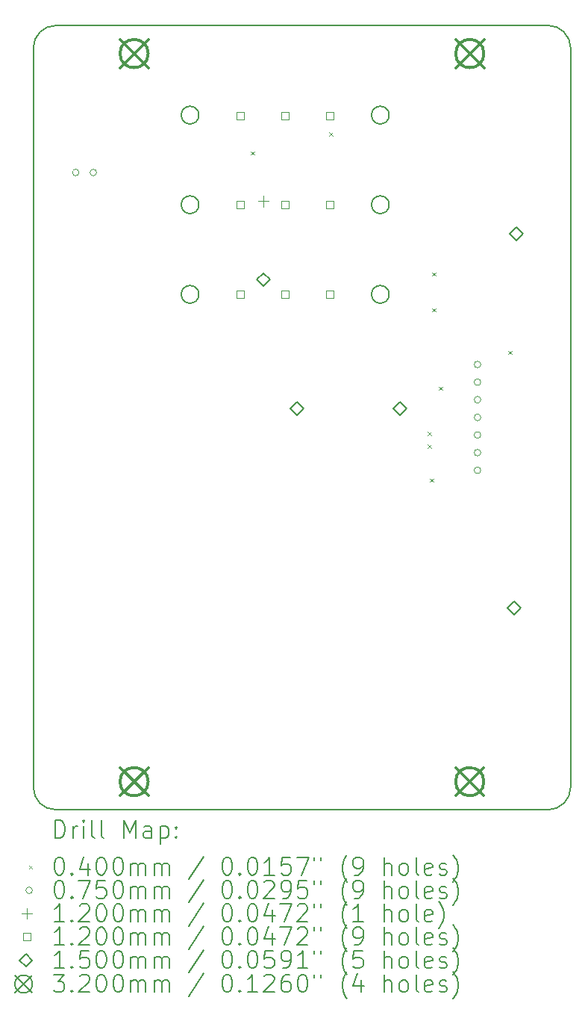
<source format=gbr>
%TF.GenerationSoftware,KiCad,Pcbnew,(6.0.7)*%
%TF.CreationDate,2023-03-08T10:43:50-05:00*%
%TF.ProjectId,CoreIO,436f7265-494f-42e6-9b69-6361645f7063,rev?*%
%TF.SameCoordinates,Original*%
%TF.FileFunction,Drillmap*%
%TF.FilePolarity,Positive*%
%FSLAX45Y45*%
G04 Gerber Fmt 4.5, Leading zero omitted, Abs format (unit mm)*
G04 Created by KiCad (PCBNEW (6.0.7)) date 2023-03-08 10:43:50*
%MOMM*%
%LPD*%
G01*
G04 APERTURE LIST*
%ADD10C,0.200000*%
%ADD11C,0.040000*%
%ADD12C,0.075000*%
%ADD13C,0.120000*%
%ADD14C,0.150000*%
%ADD15C,0.320000*%
G04 APERTURE END LIST*
D10*
X15775394Y-7087670D02*
G75*
G03*
X15775394Y-7087670I-100000J0D01*
G01*
X13616394Y-7087670D02*
G75*
G03*
X13616394Y-7087670I-100000J0D01*
G01*
X11992394Y-13945670D02*
X17580394Y-13945670D01*
X11738394Y-5309671D02*
X11738394Y-13691670D01*
X13616394Y-8103670D02*
G75*
G03*
X13616394Y-8103670I-100000J0D01*
G01*
X17580394Y-5055671D02*
X11992394Y-5055671D01*
X17834394Y-13691670D02*
X17834394Y-5309671D01*
X13616394Y-6071670D02*
G75*
G03*
X13616394Y-6071670I-100000J0D01*
G01*
X17834390Y-5309671D02*
G75*
G03*
X17580394Y-5055671I-254000J1D01*
G01*
X15775394Y-6071670D02*
G75*
G03*
X15775394Y-6071670I-100000J0D01*
G01*
X17580394Y-13945674D02*
G75*
G03*
X17834394Y-13691670I-4J254004D01*
G01*
X11992394Y-5055674D02*
G75*
G03*
X11738394Y-5309671I-4J-253996D01*
G01*
X15775394Y-8103670D02*
G75*
G03*
X15775394Y-8103670I-100000J0D01*
G01*
X11738389Y-13691670D02*
G75*
G03*
X11992394Y-13945670I254001J1D01*
G01*
D11*
X14204000Y-6482400D02*
X14244000Y-6522400D01*
X14244000Y-6482400D02*
X14204000Y-6522400D01*
X15093000Y-6266500D02*
X15133000Y-6306500D01*
X15133000Y-6266500D02*
X15093000Y-6306500D01*
X16210600Y-9663280D02*
X16250600Y-9703280D01*
X16250600Y-9663280D02*
X16210600Y-9703280D01*
X16210600Y-9803500D02*
X16250600Y-9843500D01*
X16250600Y-9803500D02*
X16210600Y-9843500D01*
X16236000Y-10190800D02*
X16276000Y-10230800D01*
X16276000Y-10190800D02*
X16236000Y-10230800D01*
X16261400Y-7854000D02*
X16301400Y-7894000D01*
X16301400Y-7854000D02*
X16261400Y-7894000D01*
X16261400Y-8260400D02*
X16301400Y-8300400D01*
X16301400Y-8260400D02*
X16261400Y-8300400D01*
X16337600Y-9149400D02*
X16377600Y-9189400D01*
X16377600Y-9149400D02*
X16337600Y-9189400D01*
X17125000Y-8743000D02*
X17165000Y-8783000D01*
X17165000Y-8743000D02*
X17125000Y-8783000D01*
D12*
X12256500Y-6722000D02*
G75*
G03*
X12256500Y-6722000I-37500J0D01*
G01*
X12456500Y-6722000D02*
G75*
G03*
X12456500Y-6722000I-37500J0D01*
G01*
X16815561Y-8898132D02*
G75*
G03*
X16815561Y-8898132I-37500J0D01*
G01*
X16815561Y-9098132D02*
G75*
G03*
X16815561Y-9098132I-37500J0D01*
G01*
X16815561Y-9298132D02*
G75*
G03*
X16815561Y-9298132I-37500J0D01*
G01*
X16815561Y-9498132D02*
G75*
G03*
X16815561Y-9498132I-37500J0D01*
G01*
X16815561Y-9698132D02*
G75*
G03*
X16815561Y-9698132I-37500J0D01*
G01*
X16815561Y-9898132D02*
G75*
G03*
X16815561Y-9898132I-37500J0D01*
G01*
X16815561Y-10098132D02*
G75*
G03*
X16815561Y-10098132I-37500J0D01*
G01*
D13*
X14351000Y-6988500D02*
X14351000Y-7108500D01*
X14291000Y-7048500D02*
X14411000Y-7048500D01*
X14128733Y-7131321D02*
X14128733Y-7046467D01*
X14043879Y-7046467D01*
X14043879Y-7131321D01*
X14128733Y-7131321D01*
X14128744Y-8148344D02*
X14128744Y-8063491D01*
X14043891Y-8063491D01*
X14043891Y-8148344D01*
X14128744Y-8148344D01*
X14132344Y-6118674D02*
X14132344Y-6033820D01*
X14047491Y-6033820D01*
X14047491Y-6118674D01*
X14132344Y-6118674D01*
X14636733Y-7131321D02*
X14636733Y-7046467D01*
X14551879Y-7046467D01*
X14551879Y-7131321D01*
X14636733Y-7131321D01*
X14636744Y-8148344D02*
X14636744Y-8063491D01*
X14551891Y-8063491D01*
X14551891Y-8148344D01*
X14636744Y-8148344D01*
X14640344Y-6118674D02*
X14640344Y-6033820D01*
X14555491Y-6033820D01*
X14555491Y-6118674D01*
X14640344Y-6118674D01*
X15144733Y-7131321D02*
X15144733Y-7046467D01*
X15059879Y-7046467D01*
X15059879Y-7131321D01*
X15144733Y-7131321D01*
X15144744Y-8148344D02*
X15144744Y-8063491D01*
X15059891Y-8063491D01*
X15059891Y-8148344D01*
X15144744Y-8148344D01*
X15148344Y-6118674D02*
X15148344Y-6033820D01*
X15063491Y-6033820D01*
X15063491Y-6118674D01*
X15148344Y-6118674D01*
D14*
X14351000Y-8012500D02*
X14426000Y-7937500D01*
X14351000Y-7862500D01*
X14276000Y-7937500D01*
X14351000Y-8012500D01*
X14732000Y-9473000D02*
X14807000Y-9398000D01*
X14732000Y-9323000D01*
X14657000Y-9398000D01*
X14732000Y-9473000D01*
X15900400Y-9473000D02*
X15975400Y-9398000D01*
X15900400Y-9323000D01*
X15825400Y-9398000D01*
X15900400Y-9473000D01*
X17195800Y-11733600D02*
X17270800Y-11658600D01*
X17195800Y-11583600D01*
X17120800Y-11658600D01*
X17195800Y-11733600D01*
X17221200Y-7491800D02*
X17296200Y-7416800D01*
X17221200Y-7341800D01*
X17146200Y-7416800D01*
X17221200Y-7491800D01*
D15*
X12721600Y-5213905D02*
X13041600Y-5533905D01*
X13041600Y-5213905D02*
X12721600Y-5533905D01*
X13041600Y-5373905D02*
G75*
G03*
X13041600Y-5373905I-160000J0D01*
G01*
X12722104Y-13467638D02*
X13042104Y-13787638D01*
X13042104Y-13467638D02*
X12722104Y-13787638D01*
X13042104Y-13627638D02*
G75*
G03*
X13042104Y-13627638I-160000J0D01*
G01*
X16530270Y-13466878D02*
X16850270Y-13786878D01*
X16850270Y-13466878D02*
X16530270Y-13786878D01*
X16850270Y-13626878D02*
G75*
G03*
X16850270Y-13626878I-160000J0D01*
G01*
X16530902Y-5213905D02*
X16850903Y-5533905D01*
X16850903Y-5213905D02*
X16530902Y-5533905D01*
X16850903Y-5373905D02*
G75*
G03*
X16850903Y-5373905I-160000J0D01*
G01*
D10*
X11986013Y-14266147D02*
X11986013Y-14066147D01*
X12033632Y-14066147D01*
X12062203Y-14075670D01*
X12081251Y-14094718D01*
X12090775Y-14113766D01*
X12100299Y-14151861D01*
X12100299Y-14180432D01*
X12090775Y-14218528D01*
X12081251Y-14237575D01*
X12062203Y-14256623D01*
X12033632Y-14266147D01*
X11986013Y-14266147D01*
X12186013Y-14266147D02*
X12186013Y-14132813D01*
X12186013Y-14170908D02*
X12195537Y-14151861D01*
X12205061Y-14142337D01*
X12224108Y-14132813D01*
X12243156Y-14132813D01*
X12309822Y-14266147D02*
X12309822Y-14132813D01*
X12309822Y-14066147D02*
X12300299Y-14075670D01*
X12309822Y-14085194D01*
X12319346Y-14075670D01*
X12309822Y-14066147D01*
X12309822Y-14085194D01*
X12433632Y-14266147D02*
X12414584Y-14256623D01*
X12405061Y-14237575D01*
X12405061Y-14066147D01*
X12538394Y-14266147D02*
X12519346Y-14256623D01*
X12509822Y-14237575D01*
X12509822Y-14066147D01*
X12766965Y-14266147D02*
X12766965Y-14066147D01*
X12833632Y-14209004D01*
X12900299Y-14066147D01*
X12900299Y-14266147D01*
X13081251Y-14266147D02*
X13081251Y-14161385D01*
X13071727Y-14142337D01*
X13052680Y-14132813D01*
X13014584Y-14132813D01*
X12995537Y-14142337D01*
X13081251Y-14256623D02*
X13062203Y-14266147D01*
X13014584Y-14266147D01*
X12995537Y-14256623D01*
X12986013Y-14237575D01*
X12986013Y-14218528D01*
X12995537Y-14199480D01*
X13014584Y-14189956D01*
X13062203Y-14189956D01*
X13081251Y-14180432D01*
X13176489Y-14132813D02*
X13176489Y-14332813D01*
X13176489Y-14142337D02*
X13195537Y-14132813D01*
X13233632Y-14132813D01*
X13252680Y-14142337D01*
X13262203Y-14151861D01*
X13271727Y-14170908D01*
X13271727Y-14228051D01*
X13262203Y-14247099D01*
X13252680Y-14256623D01*
X13233632Y-14266147D01*
X13195537Y-14266147D01*
X13176489Y-14256623D01*
X13357442Y-14247099D02*
X13366965Y-14256623D01*
X13357442Y-14266147D01*
X13347918Y-14256623D01*
X13357442Y-14247099D01*
X13357442Y-14266147D01*
X13357442Y-14142337D02*
X13366965Y-14151861D01*
X13357442Y-14161385D01*
X13347918Y-14151861D01*
X13357442Y-14142337D01*
X13357442Y-14161385D01*
D11*
X11688394Y-14575670D02*
X11728394Y-14615670D01*
X11728394Y-14575670D02*
X11688394Y-14615670D01*
D10*
X12024108Y-14486147D02*
X12043156Y-14486147D01*
X12062203Y-14495670D01*
X12071727Y-14505194D01*
X12081251Y-14524242D01*
X12090775Y-14562337D01*
X12090775Y-14609956D01*
X12081251Y-14648051D01*
X12071727Y-14667099D01*
X12062203Y-14676623D01*
X12043156Y-14686147D01*
X12024108Y-14686147D01*
X12005061Y-14676623D01*
X11995537Y-14667099D01*
X11986013Y-14648051D01*
X11976489Y-14609956D01*
X11976489Y-14562337D01*
X11986013Y-14524242D01*
X11995537Y-14505194D01*
X12005061Y-14495670D01*
X12024108Y-14486147D01*
X12176489Y-14667099D02*
X12186013Y-14676623D01*
X12176489Y-14686147D01*
X12166965Y-14676623D01*
X12176489Y-14667099D01*
X12176489Y-14686147D01*
X12357442Y-14552813D02*
X12357442Y-14686147D01*
X12309822Y-14476623D02*
X12262203Y-14619480D01*
X12386013Y-14619480D01*
X12500299Y-14486147D02*
X12519346Y-14486147D01*
X12538394Y-14495670D01*
X12547918Y-14505194D01*
X12557442Y-14524242D01*
X12566965Y-14562337D01*
X12566965Y-14609956D01*
X12557442Y-14648051D01*
X12547918Y-14667099D01*
X12538394Y-14676623D01*
X12519346Y-14686147D01*
X12500299Y-14686147D01*
X12481251Y-14676623D01*
X12471727Y-14667099D01*
X12462203Y-14648051D01*
X12452680Y-14609956D01*
X12452680Y-14562337D01*
X12462203Y-14524242D01*
X12471727Y-14505194D01*
X12481251Y-14495670D01*
X12500299Y-14486147D01*
X12690775Y-14486147D02*
X12709822Y-14486147D01*
X12728870Y-14495670D01*
X12738394Y-14505194D01*
X12747918Y-14524242D01*
X12757442Y-14562337D01*
X12757442Y-14609956D01*
X12747918Y-14648051D01*
X12738394Y-14667099D01*
X12728870Y-14676623D01*
X12709822Y-14686147D01*
X12690775Y-14686147D01*
X12671727Y-14676623D01*
X12662203Y-14667099D01*
X12652680Y-14648051D01*
X12643156Y-14609956D01*
X12643156Y-14562337D01*
X12652680Y-14524242D01*
X12662203Y-14505194D01*
X12671727Y-14495670D01*
X12690775Y-14486147D01*
X12843156Y-14686147D02*
X12843156Y-14552813D01*
X12843156Y-14571861D02*
X12852680Y-14562337D01*
X12871727Y-14552813D01*
X12900299Y-14552813D01*
X12919346Y-14562337D01*
X12928870Y-14581385D01*
X12928870Y-14686147D01*
X12928870Y-14581385D02*
X12938394Y-14562337D01*
X12957442Y-14552813D01*
X12986013Y-14552813D01*
X13005061Y-14562337D01*
X13014584Y-14581385D01*
X13014584Y-14686147D01*
X13109822Y-14686147D02*
X13109822Y-14552813D01*
X13109822Y-14571861D02*
X13119346Y-14562337D01*
X13138394Y-14552813D01*
X13166965Y-14552813D01*
X13186013Y-14562337D01*
X13195537Y-14581385D01*
X13195537Y-14686147D01*
X13195537Y-14581385D02*
X13205061Y-14562337D01*
X13224108Y-14552813D01*
X13252680Y-14552813D01*
X13271727Y-14562337D01*
X13281251Y-14581385D01*
X13281251Y-14686147D01*
X13671727Y-14476623D02*
X13500299Y-14733766D01*
X13928870Y-14486147D02*
X13947918Y-14486147D01*
X13966965Y-14495670D01*
X13976489Y-14505194D01*
X13986013Y-14524242D01*
X13995537Y-14562337D01*
X13995537Y-14609956D01*
X13986013Y-14648051D01*
X13976489Y-14667099D01*
X13966965Y-14676623D01*
X13947918Y-14686147D01*
X13928870Y-14686147D01*
X13909822Y-14676623D01*
X13900299Y-14667099D01*
X13890775Y-14648051D01*
X13881251Y-14609956D01*
X13881251Y-14562337D01*
X13890775Y-14524242D01*
X13900299Y-14505194D01*
X13909822Y-14495670D01*
X13928870Y-14486147D01*
X14081251Y-14667099D02*
X14090775Y-14676623D01*
X14081251Y-14686147D01*
X14071727Y-14676623D01*
X14081251Y-14667099D01*
X14081251Y-14686147D01*
X14214584Y-14486147D02*
X14233632Y-14486147D01*
X14252680Y-14495670D01*
X14262203Y-14505194D01*
X14271727Y-14524242D01*
X14281251Y-14562337D01*
X14281251Y-14609956D01*
X14271727Y-14648051D01*
X14262203Y-14667099D01*
X14252680Y-14676623D01*
X14233632Y-14686147D01*
X14214584Y-14686147D01*
X14195537Y-14676623D01*
X14186013Y-14667099D01*
X14176489Y-14648051D01*
X14166965Y-14609956D01*
X14166965Y-14562337D01*
X14176489Y-14524242D01*
X14186013Y-14505194D01*
X14195537Y-14495670D01*
X14214584Y-14486147D01*
X14471727Y-14686147D02*
X14357442Y-14686147D01*
X14414584Y-14686147D02*
X14414584Y-14486147D01*
X14395537Y-14514718D01*
X14376489Y-14533766D01*
X14357442Y-14543289D01*
X14652680Y-14486147D02*
X14557442Y-14486147D01*
X14547918Y-14581385D01*
X14557442Y-14571861D01*
X14576489Y-14562337D01*
X14624108Y-14562337D01*
X14643156Y-14571861D01*
X14652680Y-14581385D01*
X14662203Y-14600432D01*
X14662203Y-14648051D01*
X14652680Y-14667099D01*
X14643156Y-14676623D01*
X14624108Y-14686147D01*
X14576489Y-14686147D01*
X14557442Y-14676623D01*
X14547918Y-14667099D01*
X14728870Y-14486147D02*
X14862203Y-14486147D01*
X14776489Y-14686147D01*
X14928870Y-14486147D02*
X14928870Y-14524242D01*
X15005061Y-14486147D02*
X15005061Y-14524242D01*
X15300299Y-14762337D02*
X15290775Y-14752813D01*
X15271727Y-14724242D01*
X15262203Y-14705194D01*
X15252680Y-14676623D01*
X15243156Y-14629004D01*
X15243156Y-14590908D01*
X15252680Y-14543289D01*
X15262203Y-14514718D01*
X15271727Y-14495670D01*
X15290775Y-14467099D01*
X15300299Y-14457575D01*
X15386013Y-14686147D02*
X15424108Y-14686147D01*
X15443156Y-14676623D01*
X15452680Y-14667099D01*
X15471727Y-14638528D01*
X15481251Y-14600432D01*
X15481251Y-14524242D01*
X15471727Y-14505194D01*
X15462203Y-14495670D01*
X15443156Y-14486147D01*
X15405061Y-14486147D01*
X15386013Y-14495670D01*
X15376489Y-14505194D01*
X15366965Y-14524242D01*
X15366965Y-14571861D01*
X15376489Y-14590908D01*
X15386013Y-14600432D01*
X15405061Y-14609956D01*
X15443156Y-14609956D01*
X15462203Y-14600432D01*
X15471727Y-14590908D01*
X15481251Y-14571861D01*
X15719346Y-14686147D02*
X15719346Y-14486147D01*
X15805061Y-14686147D02*
X15805061Y-14581385D01*
X15795537Y-14562337D01*
X15776489Y-14552813D01*
X15747918Y-14552813D01*
X15728870Y-14562337D01*
X15719346Y-14571861D01*
X15928870Y-14686147D02*
X15909822Y-14676623D01*
X15900299Y-14667099D01*
X15890775Y-14648051D01*
X15890775Y-14590908D01*
X15900299Y-14571861D01*
X15909822Y-14562337D01*
X15928870Y-14552813D01*
X15957442Y-14552813D01*
X15976489Y-14562337D01*
X15986013Y-14571861D01*
X15995537Y-14590908D01*
X15995537Y-14648051D01*
X15986013Y-14667099D01*
X15976489Y-14676623D01*
X15957442Y-14686147D01*
X15928870Y-14686147D01*
X16109822Y-14686147D02*
X16090775Y-14676623D01*
X16081251Y-14657575D01*
X16081251Y-14486147D01*
X16262203Y-14676623D02*
X16243156Y-14686147D01*
X16205061Y-14686147D01*
X16186013Y-14676623D01*
X16176489Y-14657575D01*
X16176489Y-14581385D01*
X16186013Y-14562337D01*
X16205061Y-14552813D01*
X16243156Y-14552813D01*
X16262203Y-14562337D01*
X16271727Y-14581385D01*
X16271727Y-14600432D01*
X16176489Y-14619480D01*
X16347918Y-14676623D02*
X16366965Y-14686147D01*
X16405061Y-14686147D01*
X16424108Y-14676623D01*
X16433632Y-14657575D01*
X16433632Y-14648051D01*
X16424108Y-14629004D01*
X16405061Y-14619480D01*
X16376489Y-14619480D01*
X16357442Y-14609956D01*
X16347918Y-14590908D01*
X16347918Y-14581385D01*
X16357442Y-14562337D01*
X16376489Y-14552813D01*
X16405061Y-14552813D01*
X16424108Y-14562337D01*
X16500299Y-14762337D02*
X16509822Y-14752813D01*
X16528870Y-14724242D01*
X16538394Y-14705194D01*
X16547918Y-14676623D01*
X16557442Y-14629004D01*
X16557442Y-14590908D01*
X16547918Y-14543289D01*
X16538394Y-14514718D01*
X16528870Y-14495670D01*
X16509822Y-14467099D01*
X16500299Y-14457575D01*
D12*
X11728394Y-14859670D02*
G75*
G03*
X11728394Y-14859670I-37500J0D01*
G01*
D10*
X12024108Y-14750147D02*
X12043156Y-14750147D01*
X12062203Y-14759670D01*
X12071727Y-14769194D01*
X12081251Y-14788242D01*
X12090775Y-14826337D01*
X12090775Y-14873956D01*
X12081251Y-14912051D01*
X12071727Y-14931099D01*
X12062203Y-14940623D01*
X12043156Y-14950147D01*
X12024108Y-14950147D01*
X12005061Y-14940623D01*
X11995537Y-14931099D01*
X11986013Y-14912051D01*
X11976489Y-14873956D01*
X11976489Y-14826337D01*
X11986013Y-14788242D01*
X11995537Y-14769194D01*
X12005061Y-14759670D01*
X12024108Y-14750147D01*
X12176489Y-14931099D02*
X12186013Y-14940623D01*
X12176489Y-14950147D01*
X12166965Y-14940623D01*
X12176489Y-14931099D01*
X12176489Y-14950147D01*
X12252680Y-14750147D02*
X12386013Y-14750147D01*
X12300299Y-14950147D01*
X12557442Y-14750147D02*
X12462203Y-14750147D01*
X12452680Y-14845385D01*
X12462203Y-14835861D01*
X12481251Y-14826337D01*
X12528870Y-14826337D01*
X12547918Y-14835861D01*
X12557442Y-14845385D01*
X12566965Y-14864432D01*
X12566965Y-14912051D01*
X12557442Y-14931099D01*
X12547918Y-14940623D01*
X12528870Y-14950147D01*
X12481251Y-14950147D01*
X12462203Y-14940623D01*
X12452680Y-14931099D01*
X12690775Y-14750147D02*
X12709822Y-14750147D01*
X12728870Y-14759670D01*
X12738394Y-14769194D01*
X12747918Y-14788242D01*
X12757442Y-14826337D01*
X12757442Y-14873956D01*
X12747918Y-14912051D01*
X12738394Y-14931099D01*
X12728870Y-14940623D01*
X12709822Y-14950147D01*
X12690775Y-14950147D01*
X12671727Y-14940623D01*
X12662203Y-14931099D01*
X12652680Y-14912051D01*
X12643156Y-14873956D01*
X12643156Y-14826337D01*
X12652680Y-14788242D01*
X12662203Y-14769194D01*
X12671727Y-14759670D01*
X12690775Y-14750147D01*
X12843156Y-14950147D02*
X12843156Y-14816813D01*
X12843156Y-14835861D02*
X12852680Y-14826337D01*
X12871727Y-14816813D01*
X12900299Y-14816813D01*
X12919346Y-14826337D01*
X12928870Y-14845385D01*
X12928870Y-14950147D01*
X12928870Y-14845385D02*
X12938394Y-14826337D01*
X12957442Y-14816813D01*
X12986013Y-14816813D01*
X13005061Y-14826337D01*
X13014584Y-14845385D01*
X13014584Y-14950147D01*
X13109822Y-14950147D02*
X13109822Y-14816813D01*
X13109822Y-14835861D02*
X13119346Y-14826337D01*
X13138394Y-14816813D01*
X13166965Y-14816813D01*
X13186013Y-14826337D01*
X13195537Y-14845385D01*
X13195537Y-14950147D01*
X13195537Y-14845385D02*
X13205061Y-14826337D01*
X13224108Y-14816813D01*
X13252680Y-14816813D01*
X13271727Y-14826337D01*
X13281251Y-14845385D01*
X13281251Y-14950147D01*
X13671727Y-14740623D02*
X13500299Y-14997766D01*
X13928870Y-14750147D02*
X13947918Y-14750147D01*
X13966965Y-14759670D01*
X13976489Y-14769194D01*
X13986013Y-14788242D01*
X13995537Y-14826337D01*
X13995537Y-14873956D01*
X13986013Y-14912051D01*
X13976489Y-14931099D01*
X13966965Y-14940623D01*
X13947918Y-14950147D01*
X13928870Y-14950147D01*
X13909822Y-14940623D01*
X13900299Y-14931099D01*
X13890775Y-14912051D01*
X13881251Y-14873956D01*
X13881251Y-14826337D01*
X13890775Y-14788242D01*
X13900299Y-14769194D01*
X13909822Y-14759670D01*
X13928870Y-14750147D01*
X14081251Y-14931099D02*
X14090775Y-14940623D01*
X14081251Y-14950147D01*
X14071727Y-14940623D01*
X14081251Y-14931099D01*
X14081251Y-14950147D01*
X14214584Y-14750147D02*
X14233632Y-14750147D01*
X14252680Y-14759670D01*
X14262203Y-14769194D01*
X14271727Y-14788242D01*
X14281251Y-14826337D01*
X14281251Y-14873956D01*
X14271727Y-14912051D01*
X14262203Y-14931099D01*
X14252680Y-14940623D01*
X14233632Y-14950147D01*
X14214584Y-14950147D01*
X14195537Y-14940623D01*
X14186013Y-14931099D01*
X14176489Y-14912051D01*
X14166965Y-14873956D01*
X14166965Y-14826337D01*
X14176489Y-14788242D01*
X14186013Y-14769194D01*
X14195537Y-14759670D01*
X14214584Y-14750147D01*
X14357442Y-14769194D02*
X14366965Y-14759670D01*
X14386013Y-14750147D01*
X14433632Y-14750147D01*
X14452680Y-14759670D01*
X14462203Y-14769194D01*
X14471727Y-14788242D01*
X14471727Y-14807289D01*
X14462203Y-14835861D01*
X14347918Y-14950147D01*
X14471727Y-14950147D01*
X14566965Y-14950147D02*
X14605061Y-14950147D01*
X14624108Y-14940623D01*
X14633632Y-14931099D01*
X14652680Y-14902528D01*
X14662203Y-14864432D01*
X14662203Y-14788242D01*
X14652680Y-14769194D01*
X14643156Y-14759670D01*
X14624108Y-14750147D01*
X14586013Y-14750147D01*
X14566965Y-14759670D01*
X14557442Y-14769194D01*
X14547918Y-14788242D01*
X14547918Y-14835861D01*
X14557442Y-14854908D01*
X14566965Y-14864432D01*
X14586013Y-14873956D01*
X14624108Y-14873956D01*
X14643156Y-14864432D01*
X14652680Y-14854908D01*
X14662203Y-14835861D01*
X14843156Y-14750147D02*
X14747918Y-14750147D01*
X14738394Y-14845385D01*
X14747918Y-14835861D01*
X14766965Y-14826337D01*
X14814584Y-14826337D01*
X14833632Y-14835861D01*
X14843156Y-14845385D01*
X14852680Y-14864432D01*
X14852680Y-14912051D01*
X14843156Y-14931099D01*
X14833632Y-14940623D01*
X14814584Y-14950147D01*
X14766965Y-14950147D01*
X14747918Y-14940623D01*
X14738394Y-14931099D01*
X14928870Y-14750147D02*
X14928870Y-14788242D01*
X15005061Y-14750147D02*
X15005061Y-14788242D01*
X15300299Y-15026337D02*
X15290775Y-15016813D01*
X15271727Y-14988242D01*
X15262203Y-14969194D01*
X15252680Y-14940623D01*
X15243156Y-14893004D01*
X15243156Y-14854908D01*
X15252680Y-14807289D01*
X15262203Y-14778718D01*
X15271727Y-14759670D01*
X15290775Y-14731099D01*
X15300299Y-14721575D01*
X15386013Y-14950147D02*
X15424108Y-14950147D01*
X15443156Y-14940623D01*
X15452680Y-14931099D01*
X15471727Y-14902528D01*
X15481251Y-14864432D01*
X15481251Y-14788242D01*
X15471727Y-14769194D01*
X15462203Y-14759670D01*
X15443156Y-14750147D01*
X15405061Y-14750147D01*
X15386013Y-14759670D01*
X15376489Y-14769194D01*
X15366965Y-14788242D01*
X15366965Y-14835861D01*
X15376489Y-14854908D01*
X15386013Y-14864432D01*
X15405061Y-14873956D01*
X15443156Y-14873956D01*
X15462203Y-14864432D01*
X15471727Y-14854908D01*
X15481251Y-14835861D01*
X15719346Y-14950147D02*
X15719346Y-14750147D01*
X15805061Y-14950147D02*
X15805061Y-14845385D01*
X15795537Y-14826337D01*
X15776489Y-14816813D01*
X15747918Y-14816813D01*
X15728870Y-14826337D01*
X15719346Y-14835861D01*
X15928870Y-14950147D02*
X15909822Y-14940623D01*
X15900299Y-14931099D01*
X15890775Y-14912051D01*
X15890775Y-14854908D01*
X15900299Y-14835861D01*
X15909822Y-14826337D01*
X15928870Y-14816813D01*
X15957442Y-14816813D01*
X15976489Y-14826337D01*
X15986013Y-14835861D01*
X15995537Y-14854908D01*
X15995537Y-14912051D01*
X15986013Y-14931099D01*
X15976489Y-14940623D01*
X15957442Y-14950147D01*
X15928870Y-14950147D01*
X16109822Y-14950147D02*
X16090775Y-14940623D01*
X16081251Y-14921575D01*
X16081251Y-14750147D01*
X16262203Y-14940623D02*
X16243156Y-14950147D01*
X16205061Y-14950147D01*
X16186013Y-14940623D01*
X16176489Y-14921575D01*
X16176489Y-14845385D01*
X16186013Y-14826337D01*
X16205061Y-14816813D01*
X16243156Y-14816813D01*
X16262203Y-14826337D01*
X16271727Y-14845385D01*
X16271727Y-14864432D01*
X16176489Y-14883480D01*
X16347918Y-14940623D02*
X16366965Y-14950147D01*
X16405061Y-14950147D01*
X16424108Y-14940623D01*
X16433632Y-14921575D01*
X16433632Y-14912051D01*
X16424108Y-14893004D01*
X16405061Y-14883480D01*
X16376489Y-14883480D01*
X16357442Y-14873956D01*
X16347918Y-14854908D01*
X16347918Y-14845385D01*
X16357442Y-14826337D01*
X16376489Y-14816813D01*
X16405061Y-14816813D01*
X16424108Y-14826337D01*
X16500299Y-15026337D02*
X16509822Y-15016813D01*
X16528870Y-14988242D01*
X16538394Y-14969194D01*
X16547918Y-14940623D01*
X16557442Y-14893004D01*
X16557442Y-14854908D01*
X16547918Y-14807289D01*
X16538394Y-14778718D01*
X16528870Y-14759670D01*
X16509822Y-14731099D01*
X16500299Y-14721575D01*
D13*
X11668394Y-15063670D02*
X11668394Y-15183670D01*
X11608394Y-15123670D02*
X11728394Y-15123670D01*
D10*
X12090775Y-15214147D02*
X11976489Y-15214147D01*
X12033632Y-15214147D02*
X12033632Y-15014147D01*
X12014584Y-15042718D01*
X11995537Y-15061766D01*
X11976489Y-15071289D01*
X12176489Y-15195099D02*
X12186013Y-15204623D01*
X12176489Y-15214147D01*
X12166965Y-15204623D01*
X12176489Y-15195099D01*
X12176489Y-15214147D01*
X12262203Y-15033194D02*
X12271727Y-15023670D01*
X12290775Y-15014147D01*
X12338394Y-15014147D01*
X12357442Y-15023670D01*
X12366965Y-15033194D01*
X12376489Y-15052242D01*
X12376489Y-15071289D01*
X12366965Y-15099861D01*
X12252680Y-15214147D01*
X12376489Y-15214147D01*
X12500299Y-15014147D02*
X12519346Y-15014147D01*
X12538394Y-15023670D01*
X12547918Y-15033194D01*
X12557442Y-15052242D01*
X12566965Y-15090337D01*
X12566965Y-15137956D01*
X12557442Y-15176051D01*
X12547918Y-15195099D01*
X12538394Y-15204623D01*
X12519346Y-15214147D01*
X12500299Y-15214147D01*
X12481251Y-15204623D01*
X12471727Y-15195099D01*
X12462203Y-15176051D01*
X12452680Y-15137956D01*
X12452680Y-15090337D01*
X12462203Y-15052242D01*
X12471727Y-15033194D01*
X12481251Y-15023670D01*
X12500299Y-15014147D01*
X12690775Y-15014147D02*
X12709822Y-15014147D01*
X12728870Y-15023670D01*
X12738394Y-15033194D01*
X12747918Y-15052242D01*
X12757442Y-15090337D01*
X12757442Y-15137956D01*
X12747918Y-15176051D01*
X12738394Y-15195099D01*
X12728870Y-15204623D01*
X12709822Y-15214147D01*
X12690775Y-15214147D01*
X12671727Y-15204623D01*
X12662203Y-15195099D01*
X12652680Y-15176051D01*
X12643156Y-15137956D01*
X12643156Y-15090337D01*
X12652680Y-15052242D01*
X12662203Y-15033194D01*
X12671727Y-15023670D01*
X12690775Y-15014147D01*
X12843156Y-15214147D02*
X12843156Y-15080813D01*
X12843156Y-15099861D02*
X12852680Y-15090337D01*
X12871727Y-15080813D01*
X12900299Y-15080813D01*
X12919346Y-15090337D01*
X12928870Y-15109385D01*
X12928870Y-15214147D01*
X12928870Y-15109385D02*
X12938394Y-15090337D01*
X12957442Y-15080813D01*
X12986013Y-15080813D01*
X13005061Y-15090337D01*
X13014584Y-15109385D01*
X13014584Y-15214147D01*
X13109822Y-15214147D02*
X13109822Y-15080813D01*
X13109822Y-15099861D02*
X13119346Y-15090337D01*
X13138394Y-15080813D01*
X13166965Y-15080813D01*
X13186013Y-15090337D01*
X13195537Y-15109385D01*
X13195537Y-15214147D01*
X13195537Y-15109385D02*
X13205061Y-15090337D01*
X13224108Y-15080813D01*
X13252680Y-15080813D01*
X13271727Y-15090337D01*
X13281251Y-15109385D01*
X13281251Y-15214147D01*
X13671727Y-15004623D02*
X13500299Y-15261766D01*
X13928870Y-15014147D02*
X13947918Y-15014147D01*
X13966965Y-15023670D01*
X13976489Y-15033194D01*
X13986013Y-15052242D01*
X13995537Y-15090337D01*
X13995537Y-15137956D01*
X13986013Y-15176051D01*
X13976489Y-15195099D01*
X13966965Y-15204623D01*
X13947918Y-15214147D01*
X13928870Y-15214147D01*
X13909822Y-15204623D01*
X13900299Y-15195099D01*
X13890775Y-15176051D01*
X13881251Y-15137956D01*
X13881251Y-15090337D01*
X13890775Y-15052242D01*
X13900299Y-15033194D01*
X13909822Y-15023670D01*
X13928870Y-15014147D01*
X14081251Y-15195099D02*
X14090775Y-15204623D01*
X14081251Y-15214147D01*
X14071727Y-15204623D01*
X14081251Y-15195099D01*
X14081251Y-15214147D01*
X14214584Y-15014147D02*
X14233632Y-15014147D01*
X14252680Y-15023670D01*
X14262203Y-15033194D01*
X14271727Y-15052242D01*
X14281251Y-15090337D01*
X14281251Y-15137956D01*
X14271727Y-15176051D01*
X14262203Y-15195099D01*
X14252680Y-15204623D01*
X14233632Y-15214147D01*
X14214584Y-15214147D01*
X14195537Y-15204623D01*
X14186013Y-15195099D01*
X14176489Y-15176051D01*
X14166965Y-15137956D01*
X14166965Y-15090337D01*
X14176489Y-15052242D01*
X14186013Y-15033194D01*
X14195537Y-15023670D01*
X14214584Y-15014147D01*
X14452680Y-15080813D02*
X14452680Y-15214147D01*
X14405061Y-15004623D02*
X14357442Y-15147480D01*
X14481251Y-15147480D01*
X14538394Y-15014147D02*
X14671727Y-15014147D01*
X14586013Y-15214147D01*
X14738394Y-15033194D02*
X14747918Y-15023670D01*
X14766965Y-15014147D01*
X14814584Y-15014147D01*
X14833632Y-15023670D01*
X14843156Y-15033194D01*
X14852680Y-15052242D01*
X14852680Y-15071289D01*
X14843156Y-15099861D01*
X14728870Y-15214147D01*
X14852680Y-15214147D01*
X14928870Y-15014147D02*
X14928870Y-15052242D01*
X15005061Y-15014147D02*
X15005061Y-15052242D01*
X15300299Y-15290337D02*
X15290775Y-15280813D01*
X15271727Y-15252242D01*
X15262203Y-15233194D01*
X15252680Y-15204623D01*
X15243156Y-15157004D01*
X15243156Y-15118908D01*
X15252680Y-15071289D01*
X15262203Y-15042718D01*
X15271727Y-15023670D01*
X15290775Y-14995099D01*
X15300299Y-14985575D01*
X15481251Y-15214147D02*
X15366965Y-15214147D01*
X15424108Y-15214147D02*
X15424108Y-15014147D01*
X15405061Y-15042718D01*
X15386013Y-15061766D01*
X15366965Y-15071289D01*
X15719346Y-15214147D02*
X15719346Y-15014147D01*
X15805061Y-15214147D02*
X15805061Y-15109385D01*
X15795537Y-15090337D01*
X15776489Y-15080813D01*
X15747918Y-15080813D01*
X15728870Y-15090337D01*
X15719346Y-15099861D01*
X15928870Y-15214147D02*
X15909822Y-15204623D01*
X15900299Y-15195099D01*
X15890775Y-15176051D01*
X15890775Y-15118908D01*
X15900299Y-15099861D01*
X15909822Y-15090337D01*
X15928870Y-15080813D01*
X15957442Y-15080813D01*
X15976489Y-15090337D01*
X15986013Y-15099861D01*
X15995537Y-15118908D01*
X15995537Y-15176051D01*
X15986013Y-15195099D01*
X15976489Y-15204623D01*
X15957442Y-15214147D01*
X15928870Y-15214147D01*
X16109822Y-15214147D02*
X16090775Y-15204623D01*
X16081251Y-15185575D01*
X16081251Y-15014147D01*
X16262203Y-15204623D02*
X16243156Y-15214147D01*
X16205061Y-15214147D01*
X16186013Y-15204623D01*
X16176489Y-15185575D01*
X16176489Y-15109385D01*
X16186013Y-15090337D01*
X16205061Y-15080813D01*
X16243156Y-15080813D01*
X16262203Y-15090337D01*
X16271727Y-15109385D01*
X16271727Y-15128432D01*
X16176489Y-15147480D01*
X16338394Y-15290337D02*
X16347918Y-15280813D01*
X16366965Y-15252242D01*
X16376489Y-15233194D01*
X16386013Y-15204623D01*
X16395537Y-15157004D01*
X16395537Y-15118908D01*
X16386013Y-15071289D01*
X16376489Y-15042718D01*
X16366965Y-15023670D01*
X16347918Y-14995099D01*
X16338394Y-14985575D01*
D13*
X11710821Y-15430097D02*
X11710821Y-15345244D01*
X11625967Y-15345244D01*
X11625967Y-15430097D01*
X11710821Y-15430097D01*
D10*
X12090775Y-15478147D02*
X11976489Y-15478147D01*
X12033632Y-15478147D02*
X12033632Y-15278147D01*
X12014584Y-15306718D01*
X11995537Y-15325766D01*
X11976489Y-15335289D01*
X12176489Y-15459099D02*
X12186013Y-15468623D01*
X12176489Y-15478147D01*
X12166965Y-15468623D01*
X12176489Y-15459099D01*
X12176489Y-15478147D01*
X12262203Y-15297194D02*
X12271727Y-15287670D01*
X12290775Y-15278147D01*
X12338394Y-15278147D01*
X12357442Y-15287670D01*
X12366965Y-15297194D01*
X12376489Y-15316242D01*
X12376489Y-15335289D01*
X12366965Y-15363861D01*
X12252680Y-15478147D01*
X12376489Y-15478147D01*
X12500299Y-15278147D02*
X12519346Y-15278147D01*
X12538394Y-15287670D01*
X12547918Y-15297194D01*
X12557442Y-15316242D01*
X12566965Y-15354337D01*
X12566965Y-15401956D01*
X12557442Y-15440051D01*
X12547918Y-15459099D01*
X12538394Y-15468623D01*
X12519346Y-15478147D01*
X12500299Y-15478147D01*
X12481251Y-15468623D01*
X12471727Y-15459099D01*
X12462203Y-15440051D01*
X12452680Y-15401956D01*
X12452680Y-15354337D01*
X12462203Y-15316242D01*
X12471727Y-15297194D01*
X12481251Y-15287670D01*
X12500299Y-15278147D01*
X12690775Y-15278147D02*
X12709822Y-15278147D01*
X12728870Y-15287670D01*
X12738394Y-15297194D01*
X12747918Y-15316242D01*
X12757442Y-15354337D01*
X12757442Y-15401956D01*
X12747918Y-15440051D01*
X12738394Y-15459099D01*
X12728870Y-15468623D01*
X12709822Y-15478147D01*
X12690775Y-15478147D01*
X12671727Y-15468623D01*
X12662203Y-15459099D01*
X12652680Y-15440051D01*
X12643156Y-15401956D01*
X12643156Y-15354337D01*
X12652680Y-15316242D01*
X12662203Y-15297194D01*
X12671727Y-15287670D01*
X12690775Y-15278147D01*
X12843156Y-15478147D02*
X12843156Y-15344813D01*
X12843156Y-15363861D02*
X12852680Y-15354337D01*
X12871727Y-15344813D01*
X12900299Y-15344813D01*
X12919346Y-15354337D01*
X12928870Y-15373385D01*
X12928870Y-15478147D01*
X12928870Y-15373385D02*
X12938394Y-15354337D01*
X12957442Y-15344813D01*
X12986013Y-15344813D01*
X13005061Y-15354337D01*
X13014584Y-15373385D01*
X13014584Y-15478147D01*
X13109822Y-15478147D02*
X13109822Y-15344813D01*
X13109822Y-15363861D02*
X13119346Y-15354337D01*
X13138394Y-15344813D01*
X13166965Y-15344813D01*
X13186013Y-15354337D01*
X13195537Y-15373385D01*
X13195537Y-15478147D01*
X13195537Y-15373385D02*
X13205061Y-15354337D01*
X13224108Y-15344813D01*
X13252680Y-15344813D01*
X13271727Y-15354337D01*
X13281251Y-15373385D01*
X13281251Y-15478147D01*
X13671727Y-15268623D02*
X13500299Y-15525766D01*
X13928870Y-15278147D02*
X13947918Y-15278147D01*
X13966965Y-15287670D01*
X13976489Y-15297194D01*
X13986013Y-15316242D01*
X13995537Y-15354337D01*
X13995537Y-15401956D01*
X13986013Y-15440051D01*
X13976489Y-15459099D01*
X13966965Y-15468623D01*
X13947918Y-15478147D01*
X13928870Y-15478147D01*
X13909822Y-15468623D01*
X13900299Y-15459099D01*
X13890775Y-15440051D01*
X13881251Y-15401956D01*
X13881251Y-15354337D01*
X13890775Y-15316242D01*
X13900299Y-15297194D01*
X13909822Y-15287670D01*
X13928870Y-15278147D01*
X14081251Y-15459099D02*
X14090775Y-15468623D01*
X14081251Y-15478147D01*
X14071727Y-15468623D01*
X14081251Y-15459099D01*
X14081251Y-15478147D01*
X14214584Y-15278147D02*
X14233632Y-15278147D01*
X14252680Y-15287670D01*
X14262203Y-15297194D01*
X14271727Y-15316242D01*
X14281251Y-15354337D01*
X14281251Y-15401956D01*
X14271727Y-15440051D01*
X14262203Y-15459099D01*
X14252680Y-15468623D01*
X14233632Y-15478147D01*
X14214584Y-15478147D01*
X14195537Y-15468623D01*
X14186013Y-15459099D01*
X14176489Y-15440051D01*
X14166965Y-15401956D01*
X14166965Y-15354337D01*
X14176489Y-15316242D01*
X14186013Y-15297194D01*
X14195537Y-15287670D01*
X14214584Y-15278147D01*
X14452680Y-15344813D02*
X14452680Y-15478147D01*
X14405061Y-15268623D02*
X14357442Y-15411480D01*
X14481251Y-15411480D01*
X14538394Y-15278147D02*
X14671727Y-15278147D01*
X14586013Y-15478147D01*
X14738394Y-15297194D02*
X14747918Y-15287670D01*
X14766965Y-15278147D01*
X14814584Y-15278147D01*
X14833632Y-15287670D01*
X14843156Y-15297194D01*
X14852680Y-15316242D01*
X14852680Y-15335289D01*
X14843156Y-15363861D01*
X14728870Y-15478147D01*
X14852680Y-15478147D01*
X14928870Y-15278147D02*
X14928870Y-15316242D01*
X15005061Y-15278147D02*
X15005061Y-15316242D01*
X15300299Y-15554337D02*
X15290775Y-15544813D01*
X15271727Y-15516242D01*
X15262203Y-15497194D01*
X15252680Y-15468623D01*
X15243156Y-15421004D01*
X15243156Y-15382908D01*
X15252680Y-15335289D01*
X15262203Y-15306718D01*
X15271727Y-15287670D01*
X15290775Y-15259099D01*
X15300299Y-15249575D01*
X15386013Y-15478147D02*
X15424108Y-15478147D01*
X15443156Y-15468623D01*
X15452680Y-15459099D01*
X15471727Y-15430528D01*
X15481251Y-15392432D01*
X15481251Y-15316242D01*
X15471727Y-15297194D01*
X15462203Y-15287670D01*
X15443156Y-15278147D01*
X15405061Y-15278147D01*
X15386013Y-15287670D01*
X15376489Y-15297194D01*
X15366965Y-15316242D01*
X15366965Y-15363861D01*
X15376489Y-15382908D01*
X15386013Y-15392432D01*
X15405061Y-15401956D01*
X15443156Y-15401956D01*
X15462203Y-15392432D01*
X15471727Y-15382908D01*
X15481251Y-15363861D01*
X15719346Y-15478147D02*
X15719346Y-15278147D01*
X15805061Y-15478147D02*
X15805061Y-15373385D01*
X15795537Y-15354337D01*
X15776489Y-15344813D01*
X15747918Y-15344813D01*
X15728870Y-15354337D01*
X15719346Y-15363861D01*
X15928870Y-15478147D02*
X15909822Y-15468623D01*
X15900299Y-15459099D01*
X15890775Y-15440051D01*
X15890775Y-15382908D01*
X15900299Y-15363861D01*
X15909822Y-15354337D01*
X15928870Y-15344813D01*
X15957442Y-15344813D01*
X15976489Y-15354337D01*
X15986013Y-15363861D01*
X15995537Y-15382908D01*
X15995537Y-15440051D01*
X15986013Y-15459099D01*
X15976489Y-15468623D01*
X15957442Y-15478147D01*
X15928870Y-15478147D01*
X16109822Y-15478147D02*
X16090775Y-15468623D01*
X16081251Y-15449575D01*
X16081251Y-15278147D01*
X16262203Y-15468623D02*
X16243156Y-15478147D01*
X16205061Y-15478147D01*
X16186013Y-15468623D01*
X16176489Y-15449575D01*
X16176489Y-15373385D01*
X16186013Y-15354337D01*
X16205061Y-15344813D01*
X16243156Y-15344813D01*
X16262203Y-15354337D01*
X16271727Y-15373385D01*
X16271727Y-15392432D01*
X16176489Y-15411480D01*
X16347918Y-15468623D02*
X16366965Y-15478147D01*
X16405061Y-15478147D01*
X16424108Y-15468623D01*
X16433632Y-15449575D01*
X16433632Y-15440051D01*
X16424108Y-15421004D01*
X16405061Y-15411480D01*
X16376489Y-15411480D01*
X16357442Y-15401956D01*
X16347918Y-15382908D01*
X16347918Y-15373385D01*
X16357442Y-15354337D01*
X16376489Y-15344813D01*
X16405061Y-15344813D01*
X16424108Y-15354337D01*
X16500299Y-15554337D02*
X16509822Y-15544813D01*
X16528870Y-15516242D01*
X16538394Y-15497194D01*
X16547918Y-15468623D01*
X16557442Y-15421004D01*
X16557442Y-15382908D01*
X16547918Y-15335289D01*
X16538394Y-15306718D01*
X16528870Y-15287670D01*
X16509822Y-15259099D01*
X16500299Y-15249575D01*
D14*
X11653394Y-15726670D02*
X11728394Y-15651670D01*
X11653394Y-15576670D01*
X11578394Y-15651670D01*
X11653394Y-15726670D01*
D10*
X12090775Y-15742147D02*
X11976489Y-15742147D01*
X12033632Y-15742147D02*
X12033632Y-15542147D01*
X12014584Y-15570718D01*
X11995537Y-15589766D01*
X11976489Y-15599289D01*
X12176489Y-15723099D02*
X12186013Y-15732623D01*
X12176489Y-15742147D01*
X12166965Y-15732623D01*
X12176489Y-15723099D01*
X12176489Y-15742147D01*
X12366965Y-15542147D02*
X12271727Y-15542147D01*
X12262203Y-15637385D01*
X12271727Y-15627861D01*
X12290775Y-15618337D01*
X12338394Y-15618337D01*
X12357442Y-15627861D01*
X12366965Y-15637385D01*
X12376489Y-15656432D01*
X12376489Y-15704051D01*
X12366965Y-15723099D01*
X12357442Y-15732623D01*
X12338394Y-15742147D01*
X12290775Y-15742147D01*
X12271727Y-15732623D01*
X12262203Y-15723099D01*
X12500299Y-15542147D02*
X12519346Y-15542147D01*
X12538394Y-15551670D01*
X12547918Y-15561194D01*
X12557442Y-15580242D01*
X12566965Y-15618337D01*
X12566965Y-15665956D01*
X12557442Y-15704051D01*
X12547918Y-15723099D01*
X12538394Y-15732623D01*
X12519346Y-15742147D01*
X12500299Y-15742147D01*
X12481251Y-15732623D01*
X12471727Y-15723099D01*
X12462203Y-15704051D01*
X12452680Y-15665956D01*
X12452680Y-15618337D01*
X12462203Y-15580242D01*
X12471727Y-15561194D01*
X12481251Y-15551670D01*
X12500299Y-15542147D01*
X12690775Y-15542147D02*
X12709822Y-15542147D01*
X12728870Y-15551670D01*
X12738394Y-15561194D01*
X12747918Y-15580242D01*
X12757442Y-15618337D01*
X12757442Y-15665956D01*
X12747918Y-15704051D01*
X12738394Y-15723099D01*
X12728870Y-15732623D01*
X12709822Y-15742147D01*
X12690775Y-15742147D01*
X12671727Y-15732623D01*
X12662203Y-15723099D01*
X12652680Y-15704051D01*
X12643156Y-15665956D01*
X12643156Y-15618337D01*
X12652680Y-15580242D01*
X12662203Y-15561194D01*
X12671727Y-15551670D01*
X12690775Y-15542147D01*
X12843156Y-15742147D02*
X12843156Y-15608813D01*
X12843156Y-15627861D02*
X12852680Y-15618337D01*
X12871727Y-15608813D01*
X12900299Y-15608813D01*
X12919346Y-15618337D01*
X12928870Y-15637385D01*
X12928870Y-15742147D01*
X12928870Y-15637385D02*
X12938394Y-15618337D01*
X12957442Y-15608813D01*
X12986013Y-15608813D01*
X13005061Y-15618337D01*
X13014584Y-15637385D01*
X13014584Y-15742147D01*
X13109822Y-15742147D02*
X13109822Y-15608813D01*
X13109822Y-15627861D02*
X13119346Y-15618337D01*
X13138394Y-15608813D01*
X13166965Y-15608813D01*
X13186013Y-15618337D01*
X13195537Y-15637385D01*
X13195537Y-15742147D01*
X13195537Y-15637385D02*
X13205061Y-15618337D01*
X13224108Y-15608813D01*
X13252680Y-15608813D01*
X13271727Y-15618337D01*
X13281251Y-15637385D01*
X13281251Y-15742147D01*
X13671727Y-15532623D02*
X13500299Y-15789766D01*
X13928870Y-15542147D02*
X13947918Y-15542147D01*
X13966965Y-15551670D01*
X13976489Y-15561194D01*
X13986013Y-15580242D01*
X13995537Y-15618337D01*
X13995537Y-15665956D01*
X13986013Y-15704051D01*
X13976489Y-15723099D01*
X13966965Y-15732623D01*
X13947918Y-15742147D01*
X13928870Y-15742147D01*
X13909822Y-15732623D01*
X13900299Y-15723099D01*
X13890775Y-15704051D01*
X13881251Y-15665956D01*
X13881251Y-15618337D01*
X13890775Y-15580242D01*
X13900299Y-15561194D01*
X13909822Y-15551670D01*
X13928870Y-15542147D01*
X14081251Y-15723099D02*
X14090775Y-15732623D01*
X14081251Y-15742147D01*
X14071727Y-15732623D01*
X14081251Y-15723099D01*
X14081251Y-15742147D01*
X14214584Y-15542147D02*
X14233632Y-15542147D01*
X14252680Y-15551670D01*
X14262203Y-15561194D01*
X14271727Y-15580242D01*
X14281251Y-15618337D01*
X14281251Y-15665956D01*
X14271727Y-15704051D01*
X14262203Y-15723099D01*
X14252680Y-15732623D01*
X14233632Y-15742147D01*
X14214584Y-15742147D01*
X14195537Y-15732623D01*
X14186013Y-15723099D01*
X14176489Y-15704051D01*
X14166965Y-15665956D01*
X14166965Y-15618337D01*
X14176489Y-15580242D01*
X14186013Y-15561194D01*
X14195537Y-15551670D01*
X14214584Y-15542147D01*
X14462203Y-15542147D02*
X14366965Y-15542147D01*
X14357442Y-15637385D01*
X14366965Y-15627861D01*
X14386013Y-15618337D01*
X14433632Y-15618337D01*
X14452680Y-15627861D01*
X14462203Y-15637385D01*
X14471727Y-15656432D01*
X14471727Y-15704051D01*
X14462203Y-15723099D01*
X14452680Y-15732623D01*
X14433632Y-15742147D01*
X14386013Y-15742147D01*
X14366965Y-15732623D01*
X14357442Y-15723099D01*
X14566965Y-15742147D02*
X14605061Y-15742147D01*
X14624108Y-15732623D01*
X14633632Y-15723099D01*
X14652680Y-15694528D01*
X14662203Y-15656432D01*
X14662203Y-15580242D01*
X14652680Y-15561194D01*
X14643156Y-15551670D01*
X14624108Y-15542147D01*
X14586013Y-15542147D01*
X14566965Y-15551670D01*
X14557442Y-15561194D01*
X14547918Y-15580242D01*
X14547918Y-15627861D01*
X14557442Y-15646908D01*
X14566965Y-15656432D01*
X14586013Y-15665956D01*
X14624108Y-15665956D01*
X14643156Y-15656432D01*
X14652680Y-15646908D01*
X14662203Y-15627861D01*
X14852680Y-15742147D02*
X14738394Y-15742147D01*
X14795537Y-15742147D02*
X14795537Y-15542147D01*
X14776489Y-15570718D01*
X14757442Y-15589766D01*
X14738394Y-15599289D01*
X14928870Y-15542147D02*
X14928870Y-15580242D01*
X15005061Y-15542147D02*
X15005061Y-15580242D01*
X15300299Y-15818337D02*
X15290775Y-15808813D01*
X15271727Y-15780242D01*
X15262203Y-15761194D01*
X15252680Y-15732623D01*
X15243156Y-15685004D01*
X15243156Y-15646908D01*
X15252680Y-15599289D01*
X15262203Y-15570718D01*
X15271727Y-15551670D01*
X15290775Y-15523099D01*
X15300299Y-15513575D01*
X15471727Y-15542147D02*
X15376489Y-15542147D01*
X15366965Y-15637385D01*
X15376489Y-15627861D01*
X15395537Y-15618337D01*
X15443156Y-15618337D01*
X15462203Y-15627861D01*
X15471727Y-15637385D01*
X15481251Y-15656432D01*
X15481251Y-15704051D01*
X15471727Y-15723099D01*
X15462203Y-15732623D01*
X15443156Y-15742147D01*
X15395537Y-15742147D01*
X15376489Y-15732623D01*
X15366965Y-15723099D01*
X15719346Y-15742147D02*
X15719346Y-15542147D01*
X15805061Y-15742147D02*
X15805061Y-15637385D01*
X15795537Y-15618337D01*
X15776489Y-15608813D01*
X15747918Y-15608813D01*
X15728870Y-15618337D01*
X15719346Y-15627861D01*
X15928870Y-15742147D02*
X15909822Y-15732623D01*
X15900299Y-15723099D01*
X15890775Y-15704051D01*
X15890775Y-15646908D01*
X15900299Y-15627861D01*
X15909822Y-15618337D01*
X15928870Y-15608813D01*
X15957442Y-15608813D01*
X15976489Y-15618337D01*
X15986013Y-15627861D01*
X15995537Y-15646908D01*
X15995537Y-15704051D01*
X15986013Y-15723099D01*
X15976489Y-15732623D01*
X15957442Y-15742147D01*
X15928870Y-15742147D01*
X16109822Y-15742147D02*
X16090775Y-15732623D01*
X16081251Y-15713575D01*
X16081251Y-15542147D01*
X16262203Y-15732623D02*
X16243156Y-15742147D01*
X16205061Y-15742147D01*
X16186013Y-15732623D01*
X16176489Y-15713575D01*
X16176489Y-15637385D01*
X16186013Y-15618337D01*
X16205061Y-15608813D01*
X16243156Y-15608813D01*
X16262203Y-15618337D01*
X16271727Y-15637385D01*
X16271727Y-15656432D01*
X16176489Y-15675480D01*
X16347918Y-15732623D02*
X16366965Y-15742147D01*
X16405061Y-15742147D01*
X16424108Y-15732623D01*
X16433632Y-15713575D01*
X16433632Y-15704051D01*
X16424108Y-15685004D01*
X16405061Y-15675480D01*
X16376489Y-15675480D01*
X16357442Y-15665956D01*
X16347918Y-15646908D01*
X16347918Y-15637385D01*
X16357442Y-15618337D01*
X16376489Y-15608813D01*
X16405061Y-15608813D01*
X16424108Y-15618337D01*
X16500299Y-15818337D02*
X16509822Y-15808813D01*
X16528870Y-15780242D01*
X16538394Y-15761194D01*
X16547918Y-15732623D01*
X16557442Y-15685004D01*
X16557442Y-15646908D01*
X16547918Y-15599289D01*
X16538394Y-15570718D01*
X16528870Y-15551670D01*
X16509822Y-15523099D01*
X16500299Y-15513575D01*
X11528394Y-15821670D02*
X11728394Y-16021670D01*
X11728394Y-15821670D02*
X11528394Y-16021670D01*
X11728394Y-15921670D02*
G75*
G03*
X11728394Y-15921670I-100000J0D01*
G01*
X11966965Y-15812147D02*
X12090775Y-15812147D01*
X12024108Y-15888337D01*
X12052680Y-15888337D01*
X12071727Y-15897861D01*
X12081251Y-15907385D01*
X12090775Y-15926432D01*
X12090775Y-15974051D01*
X12081251Y-15993099D01*
X12071727Y-16002623D01*
X12052680Y-16012147D01*
X11995537Y-16012147D01*
X11976489Y-16002623D01*
X11966965Y-15993099D01*
X12176489Y-15993099D02*
X12186013Y-16002623D01*
X12176489Y-16012147D01*
X12166965Y-16002623D01*
X12176489Y-15993099D01*
X12176489Y-16012147D01*
X12262203Y-15831194D02*
X12271727Y-15821670D01*
X12290775Y-15812147D01*
X12338394Y-15812147D01*
X12357442Y-15821670D01*
X12366965Y-15831194D01*
X12376489Y-15850242D01*
X12376489Y-15869289D01*
X12366965Y-15897861D01*
X12252680Y-16012147D01*
X12376489Y-16012147D01*
X12500299Y-15812147D02*
X12519346Y-15812147D01*
X12538394Y-15821670D01*
X12547918Y-15831194D01*
X12557442Y-15850242D01*
X12566965Y-15888337D01*
X12566965Y-15935956D01*
X12557442Y-15974051D01*
X12547918Y-15993099D01*
X12538394Y-16002623D01*
X12519346Y-16012147D01*
X12500299Y-16012147D01*
X12481251Y-16002623D01*
X12471727Y-15993099D01*
X12462203Y-15974051D01*
X12452680Y-15935956D01*
X12452680Y-15888337D01*
X12462203Y-15850242D01*
X12471727Y-15831194D01*
X12481251Y-15821670D01*
X12500299Y-15812147D01*
X12690775Y-15812147D02*
X12709822Y-15812147D01*
X12728870Y-15821670D01*
X12738394Y-15831194D01*
X12747918Y-15850242D01*
X12757442Y-15888337D01*
X12757442Y-15935956D01*
X12747918Y-15974051D01*
X12738394Y-15993099D01*
X12728870Y-16002623D01*
X12709822Y-16012147D01*
X12690775Y-16012147D01*
X12671727Y-16002623D01*
X12662203Y-15993099D01*
X12652680Y-15974051D01*
X12643156Y-15935956D01*
X12643156Y-15888337D01*
X12652680Y-15850242D01*
X12662203Y-15831194D01*
X12671727Y-15821670D01*
X12690775Y-15812147D01*
X12843156Y-16012147D02*
X12843156Y-15878813D01*
X12843156Y-15897861D02*
X12852680Y-15888337D01*
X12871727Y-15878813D01*
X12900299Y-15878813D01*
X12919346Y-15888337D01*
X12928870Y-15907385D01*
X12928870Y-16012147D01*
X12928870Y-15907385D02*
X12938394Y-15888337D01*
X12957442Y-15878813D01*
X12986013Y-15878813D01*
X13005061Y-15888337D01*
X13014584Y-15907385D01*
X13014584Y-16012147D01*
X13109822Y-16012147D02*
X13109822Y-15878813D01*
X13109822Y-15897861D02*
X13119346Y-15888337D01*
X13138394Y-15878813D01*
X13166965Y-15878813D01*
X13186013Y-15888337D01*
X13195537Y-15907385D01*
X13195537Y-16012147D01*
X13195537Y-15907385D02*
X13205061Y-15888337D01*
X13224108Y-15878813D01*
X13252680Y-15878813D01*
X13271727Y-15888337D01*
X13281251Y-15907385D01*
X13281251Y-16012147D01*
X13671727Y-15802623D02*
X13500299Y-16059766D01*
X13928870Y-15812147D02*
X13947918Y-15812147D01*
X13966965Y-15821670D01*
X13976489Y-15831194D01*
X13986013Y-15850242D01*
X13995537Y-15888337D01*
X13995537Y-15935956D01*
X13986013Y-15974051D01*
X13976489Y-15993099D01*
X13966965Y-16002623D01*
X13947918Y-16012147D01*
X13928870Y-16012147D01*
X13909822Y-16002623D01*
X13900299Y-15993099D01*
X13890775Y-15974051D01*
X13881251Y-15935956D01*
X13881251Y-15888337D01*
X13890775Y-15850242D01*
X13900299Y-15831194D01*
X13909822Y-15821670D01*
X13928870Y-15812147D01*
X14081251Y-15993099D02*
X14090775Y-16002623D01*
X14081251Y-16012147D01*
X14071727Y-16002623D01*
X14081251Y-15993099D01*
X14081251Y-16012147D01*
X14281251Y-16012147D02*
X14166965Y-16012147D01*
X14224108Y-16012147D02*
X14224108Y-15812147D01*
X14205061Y-15840718D01*
X14186013Y-15859766D01*
X14166965Y-15869289D01*
X14357442Y-15831194D02*
X14366965Y-15821670D01*
X14386013Y-15812147D01*
X14433632Y-15812147D01*
X14452680Y-15821670D01*
X14462203Y-15831194D01*
X14471727Y-15850242D01*
X14471727Y-15869289D01*
X14462203Y-15897861D01*
X14347918Y-16012147D01*
X14471727Y-16012147D01*
X14643156Y-15812147D02*
X14605061Y-15812147D01*
X14586013Y-15821670D01*
X14576489Y-15831194D01*
X14557442Y-15859766D01*
X14547918Y-15897861D01*
X14547918Y-15974051D01*
X14557442Y-15993099D01*
X14566965Y-16002623D01*
X14586013Y-16012147D01*
X14624108Y-16012147D01*
X14643156Y-16002623D01*
X14652680Y-15993099D01*
X14662203Y-15974051D01*
X14662203Y-15926432D01*
X14652680Y-15907385D01*
X14643156Y-15897861D01*
X14624108Y-15888337D01*
X14586013Y-15888337D01*
X14566965Y-15897861D01*
X14557442Y-15907385D01*
X14547918Y-15926432D01*
X14786013Y-15812147D02*
X14805061Y-15812147D01*
X14824108Y-15821670D01*
X14833632Y-15831194D01*
X14843156Y-15850242D01*
X14852680Y-15888337D01*
X14852680Y-15935956D01*
X14843156Y-15974051D01*
X14833632Y-15993099D01*
X14824108Y-16002623D01*
X14805061Y-16012147D01*
X14786013Y-16012147D01*
X14766965Y-16002623D01*
X14757442Y-15993099D01*
X14747918Y-15974051D01*
X14738394Y-15935956D01*
X14738394Y-15888337D01*
X14747918Y-15850242D01*
X14757442Y-15831194D01*
X14766965Y-15821670D01*
X14786013Y-15812147D01*
X14928870Y-15812147D02*
X14928870Y-15850242D01*
X15005061Y-15812147D02*
X15005061Y-15850242D01*
X15300299Y-16088337D02*
X15290775Y-16078813D01*
X15271727Y-16050242D01*
X15262203Y-16031194D01*
X15252680Y-16002623D01*
X15243156Y-15955004D01*
X15243156Y-15916908D01*
X15252680Y-15869289D01*
X15262203Y-15840718D01*
X15271727Y-15821670D01*
X15290775Y-15793099D01*
X15300299Y-15783575D01*
X15462203Y-15878813D02*
X15462203Y-16012147D01*
X15414584Y-15802623D02*
X15366965Y-15945480D01*
X15490775Y-15945480D01*
X15719346Y-16012147D02*
X15719346Y-15812147D01*
X15805061Y-16012147D02*
X15805061Y-15907385D01*
X15795537Y-15888337D01*
X15776489Y-15878813D01*
X15747918Y-15878813D01*
X15728870Y-15888337D01*
X15719346Y-15897861D01*
X15928870Y-16012147D02*
X15909822Y-16002623D01*
X15900299Y-15993099D01*
X15890775Y-15974051D01*
X15890775Y-15916908D01*
X15900299Y-15897861D01*
X15909822Y-15888337D01*
X15928870Y-15878813D01*
X15957442Y-15878813D01*
X15976489Y-15888337D01*
X15986013Y-15897861D01*
X15995537Y-15916908D01*
X15995537Y-15974051D01*
X15986013Y-15993099D01*
X15976489Y-16002623D01*
X15957442Y-16012147D01*
X15928870Y-16012147D01*
X16109822Y-16012147D02*
X16090775Y-16002623D01*
X16081251Y-15983575D01*
X16081251Y-15812147D01*
X16262203Y-16002623D02*
X16243156Y-16012147D01*
X16205061Y-16012147D01*
X16186013Y-16002623D01*
X16176489Y-15983575D01*
X16176489Y-15907385D01*
X16186013Y-15888337D01*
X16205061Y-15878813D01*
X16243156Y-15878813D01*
X16262203Y-15888337D01*
X16271727Y-15907385D01*
X16271727Y-15926432D01*
X16176489Y-15945480D01*
X16347918Y-16002623D02*
X16366965Y-16012147D01*
X16405061Y-16012147D01*
X16424108Y-16002623D01*
X16433632Y-15983575D01*
X16433632Y-15974051D01*
X16424108Y-15955004D01*
X16405061Y-15945480D01*
X16376489Y-15945480D01*
X16357442Y-15935956D01*
X16347918Y-15916908D01*
X16347918Y-15907385D01*
X16357442Y-15888337D01*
X16376489Y-15878813D01*
X16405061Y-15878813D01*
X16424108Y-15888337D01*
X16500299Y-16088337D02*
X16509822Y-16078813D01*
X16528870Y-16050242D01*
X16538394Y-16031194D01*
X16547918Y-16002623D01*
X16557442Y-15955004D01*
X16557442Y-15916908D01*
X16547918Y-15869289D01*
X16538394Y-15840718D01*
X16528870Y-15821670D01*
X16509822Y-15793099D01*
X16500299Y-15783575D01*
M02*

</source>
